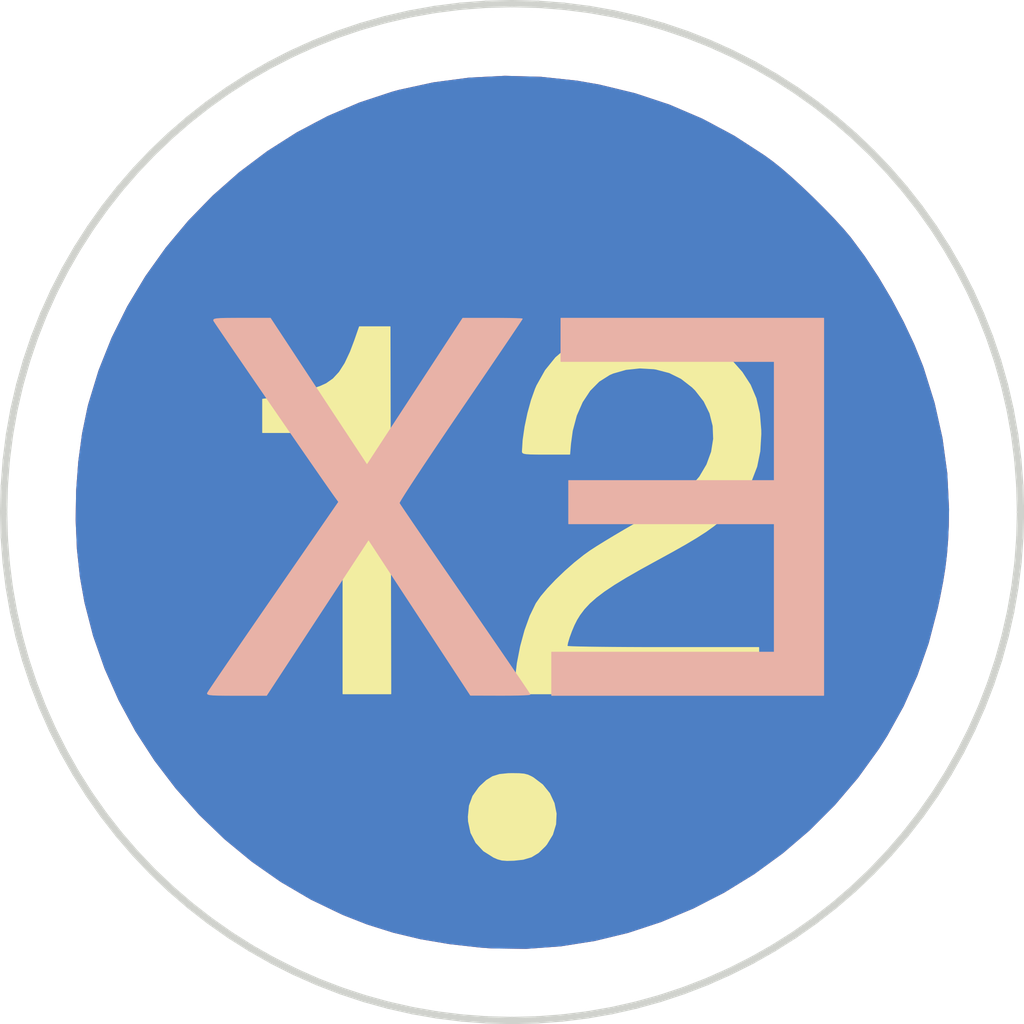
<source format=kicad_pcb>
(kicad_pcb (version 20171130) (host pcbnew 5.1.5+dfsg1-2build2)

  (general
    (thickness 1.6)
    (drawings 130)
    (tracks 0)
    (zones 0)
    (modules 4)
    (nets 1)
  )

  (page A4)
  (layers
    (0 F.Cu signal)
    (31 B.Cu signal)
    (32 B.Adhes user)
    (33 F.Adhes user)
    (34 B.Paste user)
    (35 F.Paste user)
    (36 B.SilkS user)
    (37 F.SilkS user)
    (38 B.Mask user)
    (39 F.Mask user)
    (40 Dwgs.User user)
    (41 Cmts.User user)
    (42 Eco1.User user)
    (43 Eco2.User user)
    (44 Edge.Cuts user)
    (45 Margin user)
    (46 B.CrtYd user)
    (47 F.CrtYd user)
    (48 B.Fab user)
    (49 F.Fab user)
  )

  (setup
    (last_trace_width 0.25)
    (trace_clearance 0.2)
    (zone_clearance 0.508)
    (zone_45_only no)
    (trace_min 0.2)
    (via_size 0.6)
    (via_drill 0.4)
    (via_min_size 0.4)
    (via_min_drill 0.3)
    (uvia_size 0.3)
    (uvia_drill 0.1)
    (uvias_allowed no)
    (uvia_min_size 0.2)
    (uvia_min_drill 0.1)
    (edge_width 0.15)
    (segment_width 0.2)
    (pcb_text_width 0.3)
    (pcb_text_size 1.5 1.5)
    (mod_edge_width 0.15)
    (mod_text_size 1 1)
    (mod_text_width 0.15)
    (pad_size 1.524 1.524)
    (pad_drill 0.762)
    (pad_to_mask_clearance 0.2)
    (aux_axis_origin 0 0)
    (visible_elements FFFFFF7F)
    (pcbplotparams
      (layerselection 0x010f0_ffffffff)
      (usegerberextensions false)
      (usegerberattributes false)
      (usegerberadvancedattributes false)
      (creategerberjobfile false)
      (excludeedgelayer true)
      (linewidth 0.100000)
      (plotframeref false)
      (viasonmask false)
      (mode 1)
      (useauxorigin false)
      (hpglpennumber 1)
      (hpglpenspeed 20)
      (hpglpendiameter 15.000000)
      (psnegative false)
      (psa4output false)
      (plotreference true)
      (plotvalue true)
      (plotinvisibletext false)
      (padsonsilk false)
      (subtractmaskfromsilk false)
      (outputformat 1)
      (mirror false)
      (drillshape 0)
      (scaleselection 1)
      (outputdirectory "gerbers/"))
  )

  (net 0 "")

  (net_class Default "This is the default net class."
    (clearance 0.2)
    (trace_width 0.25)
    (via_dia 0.6)
    (via_drill 0.4)
    (uvia_dia 0.3)
    (uvia_drill 0.1)
  )

  (module LOGO (layer F.Cu) (tedit 0) (tstamp 0)
    (at 0 0)
    (fp_text reference G*** (at 0 0) (layer F.SilkS) hide
      (effects (font (size 1.524 1.524) (thickness 0.3)))
    )
    (fp_text value LOGO (at 0.75 0) (layer F.SilkS) hide
      (effects (font (size 1.524 1.524) (thickness 0.3)))
    )
    (fp_poly (pts (xy -0.653666 -7.004494) (xy -0.162131 -6.951857) (xy 0.140773 -6.899218) (xy 0.632356 -6.7803)
      (xy 1.103543 -6.624376) (xy 1.555081 -6.431115) (xy 1.987714 -6.200188) (xy 2.402189 -5.931265)
      (xy 2.517121 -5.847596) (xy 2.632039 -5.756094) (xy 2.766843 -5.639358) (xy 2.91418 -5.504559)
      (xy 3.066697 -5.35887) (xy 3.217042 -5.209461) (xy 3.357863 -5.063506) (xy 3.481806 -4.928175)
      (xy 3.581519 -4.810642) (xy 3.586157 -4.804833) (xy 3.775778 -4.549418) (xy 3.963274 -4.26484)
      (xy 4.142561 -3.96199) (xy 4.307555 -3.65176) (xy 4.45217 -3.345041) (xy 4.570323 -3.052724)
      (xy 4.580125 -3.025609) (xy 4.730615 -2.544491) (xy 4.838822 -2.061537) (xy 4.904741 -1.576771)
      (xy 4.928369 -1.090217) (xy 4.924731 -0.85725) (xy 4.914848 -0.654055) (xy 4.89975 -0.467549)
      (xy 4.8778 -0.285602) (xy 4.847362 -0.096088) (xy 4.806797 0.113122) (xy 4.771477 0.277882)
      (xy 4.649815 0.744356) (xy 4.495622 1.186067) (xy 4.307054 1.607414) (xy 4.082268 2.012792)
      (xy 3.971125 2.187669) (xy 3.683055 2.587251) (xy 3.365904 2.959808) (xy 3.022156 3.3041)
      (xy 2.654298 3.618885) (xy 2.264815 3.902924) (xy 1.856194 4.154977) (xy 1.43092 4.373801)
      (xy 0.991479 4.558158) (xy 0.540358 4.706807) (xy 0.080041 4.818506) (xy -0.386985 4.892017)
      (xy -0.858235 4.926097) (xy -1.331223 4.919508) (xy -1.481666 4.908682) (xy -1.907703 4.861149)
      (xy -2.303099 4.79385) (xy -2.675558 4.704961) (xy -3.032785 4.592656) (xy -3.364929 4.462672)
      (xy -3.800305 4.253803) (xy -4.216549 4.009815) (xy -4.611722 3.733205) (xy -4.983884 3.426467)
      (xy -5.331093 3.092095) (xy -5.65141 2.732584) (xy -5.942893 2.350428) (xy -6.203602 1.948123)
      (xy -6.431597 1.528164) (xy -6.624937 1.093044) (xy -6.781682 0.645258) (xy -6.899891 0.187301)
      (xy -6.962158 -0.161807) (xy -7.003273 -0.542992) (xy -7.020364 -0.940226) (xy -7.013929 -1.343269)
      (xy -6.984464 -1.741884) (xy -6.932467 -2.12583) (xy -6.858435 -2.48487) (xy -6.847158 -2.529416)
      (xy -6.706761 -2.989062) (xy -6.52836 -3.435037) (xy -6.314157 -3.865115) (xy -6.066356 -4.277068)
      (xy -5.787161 -4.668668) (xy -5.478776 -5.037688) (xy -5.143404 -5.3819) (xy -4.78325 -5.699076)
      (xy -4.400517 -5.986988) (xy -3.997409 -6.24341) (xy -3.576129 -6.466113) (xy -3.138882 -6.652869)
      (xy -2.687871 -6.801451) (xy -2.596289 -6.82637) (xy -2.124388 -6.92893) (xy -1.639908 -6.992895)
      (xy -1.147963 -7.018128) (xy -0.653666 -7.004494)) (layer B.Cu) (width 0.01))
  )

  (module LOGO (layer F.Cu) (tedit 0) (tstamp 0)
    (at 0 0)
    (fp_text reference G*** (at 0 0) (layer F.SilkS) hide
      (effects (font (size 1.524 1.524) (thickness 0.3)))
    )
    (fp_text value LOGO (at 0.75 0) (layer F.SilkS) hide
      (effects (font (size 1.524 1.524) (thickness 0.3)))
    )
    (fp_poly (pts (xy -3.881803 -2.979208) (xy -3.769704 -2.808904) (xy -3.657291 -2.638166) (xy -3.548422 -2.472849)
      (xy -3.446952 -2.318808) (xy -3.356738 -2.181898) (xy -3.281638 -2.067975) (xy -3.225508 -1.982891)
      (xy -3.22047 -1.975261) (xy -3.036258 -1.696272) (xy -2.380671 -2.699967) (xy -1.725083 -3.703662)
      (xy -1.317625 -3.703914) (xy -1.191524 -3.703534) (xy -1.081289 -3.702326) (xy -0.993379 -3.700434)
      (xy -0.934253 -3.698) (xy -0.910368 -3.695168) (xy -0.910166 -3.694875) (xy -0.921789 -3.676298)
      (xy -0.955391 -3.625566) (xy -1.009077 -3.545482) (xy -1.080949 -3.438849) (xy -1.16911 -3.308469)
      (xy -1.271664 -3.157144) (xy -1.386713 -2.987679) (xy -1.512361 -2.802874) (xy -1.64671 -2.605532)
      (xy -1.757771 -2.442584) (xy -1.8976 -2.236953) (xy -2.029951 -2.041207) (xy -2.152944 -1.858193)
      (xy -2.264703 -1.690758) (xy -2.363351 -1.541749) (xy -2.447009 -1.414012) (xy -2.513799 -1.310396)
      (xy -2.561846 -1.233746) (xy -2.58927 -1.186909) (xy -2.595131 -1.172887) (xy -2.581718 -1.151526)
      (xy -2.546135 -1.098124) (xy -2.490285 -1.015466) (xy -2.41607 -0.906333) (xy -2.325393 -0.773508)
      (xy -2.220156 -0.619775) (xy -2.102261 -0.447915) (xy -1.973612 -0.260713) (xy -1.83611 -0.06095)
      (xy -1.69461 0.144313) (xy -1.550586 0.353251) (xy -1.413787 0.552038) (xy -1.286086 0.737931)
      (xy -1.169357 0.908185) (xy -1.065473 1.060057) (xy -0.97631 1.190805) (xy -0.90374 1.297683)
      (xy -0.849638 1.37795) (xy -0.815878 1.428861) (xy -0.804333 1.447658) (xy -0.824422 1.451581)
      (xy -0.880385 1.454914) (xy -0.965762 1.457468) (xy -1.074095 1.459056) (xy -1.198925 1.459492)
      (xy -1.211791 1.459466) (xy -1.61925 1.458432) (xy -2.317326 0.393258) (xy -3.015403 -0.671916)
      (xy -3.280695 -0.267166) (xy -3.357757 -0.149561) (xy -3.452895 -0.004318) (xy -3.561008 0.160773)
      (xy -3.676997 0.337925) (xy -3.795763 0.519349) (xy -3.912204 0.697255) (xy -3.978813 0.799042)
      (xy -4.41164 1.4605) (xy -4.822168 1.4605) (xy -4.964681 1.460147) (xy -5.069988 1.458812)
      (xy -5.143212 1.456084) (xy -5.189477 1.451551) (xy -5.213907 1.444802) (xy -5.221624 1.435425)
      (xy -5.220417 1.428503) (xy -5.206664 1.406274) (xy -5.170735 1.352024) (xy -5.114537 1.268548)
      (xy -5.039978 1.158639) (xy -4.948966 1.025093) (xy -4.843407 0.870703) (xy -4.72521 0.698263)
      (xy -4.596281 0.510568) (xy -4.45853 0.310412) (xy -4.315997 0.103682) (xy -3.423854 -1.189142)
      (xy -3.465009 -1.245446) (xy -3.498038 -1.291618) (xy -3.550638 -1.366402) (xy -3.620429 -1.466342)
      (xy -3.705031 -1.587982) (xy -3.802064 -1.727866) (xy -3.909147 -1.882539) (xy -4.023902 -2.048545)
      (xy -4.143948 -2.222428) (xy -4.266906 -2.400733) (xy -4.390394 -2.580004) (xy -4.512034 -2.756785)
      (xy -4.629446 -2.927621) (xy -4.740249 -3.089057) (xy -4.842063 -3.237635) (xy -4.932509 -3.369902)
      (xy -5.009207 -3.482401) (xy -5.069777 -3.571676) (xy -5.111838 -3.634272) (xy -5.133011 -3.666733)
      (xy -5.135048 -3.670338) (xy -5.135874 -3.682246) (xy -5.124353 -3.691011) (xy -5.095182 -3.697103)
      (xy -5.043058 -3.700992) (xy -4.962678 -3.703148) (xy -4.848741 -3.704041) (xy -4.753476 -3.704166)
      (xy -4.358923 -3.704166) (xy -3.881803 -2.979208)) (layer B.SilkS) (width 0.01))
    (fp_poly (pts (xy 3.217334 1.4605) (xy -0.508 1.4605) (xy -0.508 0.867834) (xy 2.54 0.867834)
      (xy 2.54 -0.889) (xy -0.275166 -0.889) (xy -0.275166 -1.481666) (xy 2.54 -1.481666)
      (xy 2.54 -3.1115) (xy -0.381 -3.1115) (xy -0.381 -3.704166) (xy 3.217334 -3.704166)
      (xy 3.217334 1.4605)) (layer B.SilkS) (width 0.01))
  )

  (module LOGO (layer F.Cu) (tedit 0) (tstamp 0)
    (at 0 0)
    (fp_text reference G*** (at 0 0) (layer F.SilkS) hide
      (effects (font (size 1.524 1.524) (thickness 0.3)))
    )
    (fp_text value LOGO (at 0.75 0) (layer F.SilkS) hide
      (effects (font (size 1.524 1.524) (thickness 0.3)))
    )
    (fp_poly (pts (xy -0.653666 -7.004494) (xy -0.162131 -6.951857) (xy 0.140773 -6.899218) (xy 0.632356 -6.7803)
      (xy 1.103543 -6.624376) (xy 1.555081 -6.431115) (xy 1.987714 -6.200188) (xy 2.402189 -5.931265)
      (xy 2.517121 -5.847596) (xy 2.632039 -5.756094) (xy 2.766843 -5.639358) (xy 2.91418 -5.504559)
      (xy 3.066697 -5.35887) (xy 3.217042 -5.209461) (xy 3.357863 -5.063506) (xy 3.481806 -4.928175)
      (xy 3.581519 -4.810642) (xy 3.586157 -4.804833) (xy 3.775778 -4.549418) (xy 3.963274 -4.26484)
      (xy 4.142561 -3.96199) (xy 4.307555 -3.65176) (xy 4.45217 -3.345041) (xy 4.570323 -3.052724)
      (xy 4.580125 -3.025609) (xy 4.730615 -2.544491) (xy 4.838822 -2.061537) (xy 4.904741 -1.576771)
      (xy 4.928369 -1.090217) (xy 4.924731 -0.85725) (xy 4.914848 -0.654055) (xy 4.89975 -0.467549)
      (xy 4.8778 -0.285602) (xy 4.847362 -0.096088) (xy 4.806797 0.113122) (xy 4.771477 0.277882)
      (xy 4.649815 0.744356) (xy 4.495622 1.186067) (xy 4.307054 1.607414) (xy 4.082268 2.012792)
      (xy 3.971125 2.187669) (xy 3.683055 2.587251) (xy 3.365904 2.959808) (xy 3.022156 3.3041)
      (xy 2.654298 3.618885) (xy 2.264815 3.902924) (xy 1.856194 4.154977) (xy 1.43092 4.373801)
      (xy 0.991479 4.558158) (xy 0.540358 4.706807) (xy 0.080041 4.818506) (xy -0.386985 4.892017)
      (xy -0.858235 4.926097) (xy -1.331223 4.919508) (xy -1.481666 4.908682) (xy -1.907703 4.861149)
      (xy -2.303099 4.79385) (xy -2.675558 4.704961) (xy -3.032785 4.592656) (xy -3.364929 4.462672)
      (xy -3.800305 4.253803) (xy -4.216549 4.009815) (xy -4.611722 3.733205) (xy -4.983884 3.426467)
      (xy -5.331093 3.092095) (xy -5.65141 2.732584) (xy -5.942893 2.350428) (xy -6.203602 1.948123)
      (xy -6.431597 1.528164) (xy -6.624937 1.093044) (xy -6.781682 0.645258) (xy -6.899891 0.187301)
      (xy -6.962158 -0.161807) (xy -7.003273 -0.542992) (xy -7.020364 -0.940226) (xy -7.013929 -1.343269)
      (xy -6.984464 -1.741884) (xy -6.932467 -2.12583) (xy -6.858435 -2.48487) (xy -6.847158 -2.529416)
      (xy -6.706761 -2.989062) (xy -6.52836 -3.435037) (xy -6.314157 -3.865115) (xy -6.066356 -4.277068)
      (xy -5.787161 -4.668668) (xy -5.478776 -5.037688) (xy -5.143404 -5.3819) (xy -4.78325 -5.699076)
      (xy -4.400517 -5.986988) (xy -3.997409 -6.24341) (xy -3.576129 -6.466113) (xy -3.138882 -6.652869)
      (xy -2.687871 -6.801451) (xy -2.596289 -6.82637) (xy -2.124388 -6.92893) (xy -1.639908 -6.992895)
      (xy -1.147963 -7.018128) (xy -0.653666 -7.004494)) (layer F.Cu) (width 0.01))
  )

  (module LOGO (layer F.Cu) (tedit 0) (tstamp 0)
    (at 0 0)
    (fp_text reference G*** (at 0 0) (layer F.SilkS) hide
      (effects (font (size 1.524 1.524) (thickness 0.3)))
    )
    (fp_text value LOGO (at 0.75 0) (layer F.SilkS) hide
      (effects (font (size 1.524 1.524) (thickness 0.3)))
    )
    (fp_poly (pts (xy -0.951661 2.530912) (xy -0.884409 2.536921) (xy -0.832541 2.550288) (xy -0.782607 2.573707)
      (xy -0.758485 2.587476) (xy -0.631097 2.684397) (xy -0.535689 2.802844) (xy -0.473341 2.936568)
      (xy -0.44513 3.079317) (xy -0.452137 3.224842) (xy -0.49544 3.36689) (xy -0.576118 3.499213)
      (xy -0.596834 3.523961) (xy -0.688681 3.613292) (xy -0.78491 3.672072) (xy -0.897642 3.705815)
      (xy -1.026583 3.7195) (xy -1.1202 3.721825) (xy -1.187881 3.716528) (xy -1.245708 3.701113)
      (xy -1.302193 3.676732) (xy -1.440396 3.589464) (xy -1.545066 3.476921) (xy -1.614674 3.341539)
      (xy -1.647693 3.185754) (xy -1.650328 3.122084) (xy -1.635158 2.969944) (xy -1.587822 2.839844)
      (xy -1.504708 2.722571) (xy -1.4858 2.702248) (xy -1.399841 2.623069) (xy -1.315811 2.571374)
      (xy -1.221049 2.54217) (xy -1.102891 2.530467) (xy -1.04775 2.529569) (xy -0.951661 2.530912)) (layer F.SilkS) (width 0.01))
    (fp_poly (pts (xy -2.70916 1.439334) (xy -3.3655 1.439334) (xy -3.3655 -2.137833) (xy -4.466166 -2.137833)
      (xy -4.466166 -2.595403) (xy -4.273918 -2.622613) (xy -4.112864 -2.650078) (xy -3.953013 -2.685781)
      (xy -3.804897 -2.726835) (xy -3.67905 -2.770354) (xy -3.593925 -2.809025) (xy -3.500039 -2.874573)
      (xy -3.415991 -2.965553) (xy -3.338873 -3.086385) (xy -3.265777 -3.241489) (xy -3.206833 -3.39725)
      (xy -3.140433 -3.58775) (xy -2.719916 -3.58775) (xy -2.70916 1.439334)) (layer F.SilkS) (width 0.01))
    (fp_poly (pts (xy 1.109533 -3.558061) (xy 1.368858 -3.49346) (xy 1.5875 -3.404442) (xy 1.682011 -3.354596)
      (xy 1.763329 -3.30136) (xy 1.84421 -3.235229) (xy 1.937412 -3.146695) (xy 1.949368 -3.134777)
      (xy 2.099372 -2.965285) (xy 2.212364 -2.791189) (xy 2.291138 -2.605525) (xy 2.338489 -2.401329)
      (xy 2.357208 -2.171637) (xy 2.357761 -2.116666) (xy 2.344023 -1.88235) (xy 2.30137 -1.672617)
      (xy 2.226709 -1.478507) (xy 2.116948 -1.291061) (xy 2.034588 -1.180107) (xy 1.960566 -1.091143)
      (xy 1.885427 -1.010328) (xy 1.804567 -0.934368) (xy 1.713384 -0.859967) (xy 1.607272 -0.783832)
      (xy 1.481629 -0.702667) (xy 1.331851 -0.613178) (xy 1.153334 -0.51207) (xy 0.941474 -0.396049)
      (xy 0.931334 -0.39056) (xy 0.702976 -0.265087) (xy 0.509571 -0.154178) (xy 0.347438 -0.055092)
      (xy 0.212898 0.034915) (xy 0.10227 0.118586) (xy 0.011873 0.198665) (xy -0.061973 0.277894)
      (xy -0.122949 0.359017) (xy -0.16434 0.42607) (xy -0.199774 0.496816) (xy -0.235505 0.581621)
      (xy -0.266717 0.66731) (xy -0.288591 0.740708) (xy -0.296333 0.787009) (xy -0.275766 0.790063)
      (xy -0.216465 0.792946) (xy -0.122029 0.79561) (xy 0.003944 0.798007) (xy 0.157854 0.800089)
      (xy 0.336102 0.80181) (xy 0.535091 0.803122) (xy 0.75122 0.803977) (xy 0.98089 0.804327)
      (xy 1.016 0.804334) (xy 2.328334 0.804334) (xy 2.328334 1.439334) (xy -1.021821 1.439334)
      (xy -1.007214 1.254125) (xy -0.979477 1.020529) (xy -0.934558 0.789231) (xy -0.87512 0.569972)
      (xy -0.803829 0.37249) (xy -0.723349 0.206524) (xy -0.718169 0.197581) (xy -0.653995 0.105272)
      (xy -0.562079 -0.003502) (xy -0.449799 -0.12157) (xy -0.324533 -0.241761) (xy -0.193659 -0.356904)
      (xy -0.064557 -0.459828) (xy 0.021167 -0.521003) (xy 0.108396 -0.577518) (xy 0.223166 -0.64871)
      (xy 0.355932 -0.728834) (xy 0.497153 -0.812147) (xy 0.637286 -0.892905) (xy 0.66675 -0.909605)
      (xy 0.797372 -0.98421) (xy 0.923797 -1.057912) (xy 1.038504 -1.126215) (xy 1.133972 -1.184619)
      (xy 1.202679 -1.228628) (xy 1.219585 -1.240201) (xy 1.385543 -1.378614) (xy 1.517953 -1.53322)
      (xy 1.616275 -1.699835) (xy 1.67997 -1.874274) (xy 1.708498 -2.052353) (xy 1.70132 -2.229888)
      (xy 1.657896 -2.402693) (xy 1.577687 -2.566584) (xy 1.460153 -2.717377) (xy 1.415672 -2.761163)
      (xy 1.265595 -2.87783) (xy 1.103799 -2.957826) (xy 0.920424 -3.00583) (xy 0.890172 -3.010601)
      (xy 0.69888 -3.021632) (xy 0.508913 -3.001265) (xy 0.333701 -2.95129) (xy 0.284045 -2.929859)
      (xy 0.140787 -2.839172) (xy 0.016189 -2.713397) (xy -0.087538 -2.556453) (xy -0.168187 -2.372258)
      (xy -0.223549 -2.164731) (xy -0.24803 -1.985947) (xy -0.26014 -1.8415) (xy -0.585153 -1.8415)
      (xy -0.709382 -1.841884) (xy -0.797406 -1.843502) (xy -0.85535 -1.847052) (xy -0.889339 -1.853234)
      (xy -0.905499 -1.862744) (xy -0.909954 -1.876282) (xy -0.909993 -1.878541) (xy -0.900132 -2.037694)
      (xy -0.874038 -2.217803) (xy -0.834925 -2.404275) (xy -0.786004 -2.582515) (xy -0.730487 -2.737928)
      (xy -0.711134 -2.782002) (xy -0.594754 -2.989352) (xy -0.45335 -3.164523) (xy -0.285672 -3.308311)
      (xy -0.090465 -3.421515) (xy 0.133522 -3.504933) (xy 0.387543 -3.559362) (xy 0.536893 -3.576915)
      (xy 0.833031 -3.585746) (xy 1.109533 -3.558061)) (layer F.SilkS) (width 0.01))
  )

  (gr_line (start 5.9113 -1.0498) (end 5.9028 -0.7046) (layer Edge.Cuts) (width 0.1))
  (gr_line (start 5.9028 -0.7046) (end 5.8774 -0.3618) (layer Edge.Cuts) (width 0.1))
  (gr_line (start 5.8774 -0.3618) (end 5.8351 -0.0219) (layer Edge.Cuts) (width 0.1))
  (gr_line (start 5.8351 -0.0219) (end 5.7764 0.3147) (layer Edge.Cuts) (width 0.1))
  (gr_line (start 5.7764 0.3147) (end 5.7014 0.647) (layer Edge.Cuts) (width 0.1))
  (gr_line (start 5.7014 0.647) (end 5.6105 0.9748) (layer Edge.Cuts) (width 0.1))
  (gr_line (start 5.6105 0.9748) (end 5.5037 1.2974) (layer Edge.Cuts) (width 0.1))
  (gr_line (start 5.5037 1.2974) (end 5.3814 1.6142) (layer Edge.Cuts) (width 0.1))
  (gr_line (start 5.3814 1.6142) (end 5.2439 1.9247) (layer Edge.Cuts) (width 0.1))
  (gr_line (start 5.2439 1.9247) (end 5.0913 2.2282) (layer Edge.Cuts) (width 0.1))
  (gr_line (start 5.0913 2.2282) (end 4.9239 2.5243) (layer Edge.Cuts) (width 0.1))
  (gr_line (start 4.9239 2.5243) (end 4.7418 2.8123) (layer Edge.Cuts) (width 0.1))
  (gr_line (start 4.7418 2.8123) (end 4.5454 3.0918) (layer Edge.Cuts) (width 0.1))
  (gr_line (start 4.5454 3.0918) (end 4.3349 3.362) (layer Edge.Cuts) (width 0.1))
  (gr_line (start 4.3349 3.362) (end 4.1105 3.6225) (layer Edge.Cuts) (width 0.1))
  (gr_line (start 4.1105 3.6225) (end 3.8725 3.8726) (layer Edge.Cuts) (width 0.1))
  (gr_line (start 3.8725 3.8726) (end 3.6223 4.1107) (layer Edge.Cuts) (width 0.1))
  (gr_line (start 3.6223 4.1107) (end 3.3619 4.335) (layer Edge.Cuts) (width 0.1))
  (gr_line (start 3.3619 4.335) (end 3.0916 4.5455) (layer Edge.Cuts) (width 0.1))
  (gr_line (start 3.0916 4.5455) (end 2.8122 4.742) (layer Edge.Cuts) (width 0.1))
  (gr_line (start 2.8122 4.742) (end 2.5241 4.924) (layer Edge.Cuts) (width 0.1))
  (gr_line (start 2.5241 4.924) (end 2.228 5.0915) (layer Edge.Cuts) (width 0.1))
  (gr_line (start 2.228 5.0915) (end 1.9245 5.2441) (layer Edge.Cuts) (width 0.1))
  (gr_line (start 1.9245 5.2441) (end 1.614 5.3816) (layer Edge.Cuts) (width 0.1))
  (gr_line (start 1.614 5.3816) (end 1.2973 5.5039) (layer Edge.Cuts) (width 0.1))
  (gr_line (start 1.2973 5.5039) (end 0.9746 5.6107) (layer Edge.Cuts) (width 0.1))
  (gr_line (start 0.9746 5.6107) (end 0.6469 5.7016) (layer Edge.Cuts) (width 0.1))
  (gr_line (start 0.6469 5.7016) (end 0.3145 5.7766) (layer Edge.Cuts) (width 0.1))
  (gr_line (start 0.3145 5.7766) (end -0.022 5.8353) (layer Edge.Cuts) (width 0.1))
  (gr_line (start -0.022 5.8353) (end -0.362 5.8775) (layer Edge.Cuts) (width 0.1))
  (gr_line (start -0.362 5.8775) (end -0.7047 5.903) (layer Edge.Cuts) (width 0.1))
  (gr_line (start -0.7047 5.903) (end -1.05 5.9115) (layer Edge.Cuts) (width 0.1))
  (gr_line (start -1.05 5.9115) (end -1.3952 5.903) (layer Edge.Cuts) (width 0.1))
  (gr_line (start -1.3952 5.903) (end -1.738 5.8775) (layer Edge.Cuts) (width 0.1))
  (gr_line (start -1.738 5.8775) (end -2.078 5.8353) (layer Edge.Cuts) (width 0.1))
  (gr_line (start -2.078 5.8353) (end -2.4144 5.7766) (layer Edge.Cuts) (width 0.1))
  (gr_line (start -2.4144 5.7766) (end -2.7468 5.7016) (layer Edge.Cuts) (width 0.1))
  (gr_line (start -2.7468 5.7016) (end -3.0746 5.6107) (layer Edge.Cuts) (width 0.1))
  (gr_line (start -3.0746 5.6107) (end -3.3972 5.5039) (layer Edge.Cuts) (width 0.1))
  (gr_line (start -3.3972 5.5039) (end -3.714 5.3816) (layer Edge.Cuts) (width 0.1))
  (gr_line (start -3.714 5.3816) (end -4.0244 5.2441) (layer Edge.Cuts) (width 0.1))
  (gr_line (start -4.0244 5.2441) (end -4.328 5.0915) (layer Edge.Cuts) (width 0.1))
  (gr_line (start -4.328 5.0915) (end -4.6241 4.924) (layer Edge.Cuts) (width 0.1))
  (gr_line (start -4.6241 4.924) (end -4.9122 4.742) (layer Edge.Cuts) (width 0.1))
  (gr_line (start -4.9122 4.742) (end -5.1915 4.5455) (layer Edge.Cuts) (width 0.1))
  (gr_line (start -5.1915 4.5455) (end -5.4618 4.335) (layer Edge.Cuts) (width 0.1))
  (gr_line (start -5.4618 4.335) (end -5.7222 4.1107) (layer Edge.Cuts) (width 0.1))
  (gr_line (start -5.7222 4.1107) (end -5.9724 3.8726) (layer Edge.Cuts) (width 0.1))
  (gr_line (start -5.9724 3.8726) (end -6.2104 3.6225) (layer Edge.Cuts) (width 0.1))
  (gr_line (start -6.2104 3.6225) (end -6.4349 3.362) (layer Edge.Cuts) (width 0.1))
  (gr_line (start -6.4349 3.362) (end -6.6453 3.0918) (layer Edge.Cuts) (width 0.1))
  (gr_line (start -6.6453 3.0918) (end -6.8417 2.8123) (layer Edge.Cuts) (width 0.1))
  (gr_line (start -6.8417 2.8123) (end -7.0238 2.5243) (layer Edge.Cuts) (width 0.1))
  (gr_line (start -7.0238 2.5243) (end -7.1912 2.2282) (layer Edge.Cuts) (width 0.1))
  (gr_line (start -7.1912 2.2282) (end -7.3438 1.9247) (layer Edge.Cuts) (width 0.1))
  (gr_line (start -7.3438 1.9247) (end -7.4814 1.6142) (layer Edge.Cuts) (width 0.1))
  (gr_line (start -7.4814 1.6142) (end -7.6036 1.2974) (layer Edge.Cuts) (width 0.1))
  (gr_line (start -7.6036 1.2974) (end -7.7104 0.9748) (layer Edge.Cuts) (width 0.1))
  (gr_line (start -7.7104 0.9748) (end -7.8014 0.647) (layer Edge.Cuts) (width 0.1))
  (gr_line (start -7.8014 0.647) (end -7.8763 0.3147) (layer Edge.Cuts) (width 0.1))
  (gr_line (start -7.8763 0.3147) (end -7.935 -0.0219) (layer Edge.Cuts) (width 0.1))
  (gr_line (start -7.935 -0.0219) (end -7.9773 -0.3618) (layer Edge.Cuts) (width 0.1))
  (gr_line (start -7.9773 -0.3618) (end -8.0028 -0.7046) (layer Edge.Cuts) (width 0.1))
  (gr_line (start -8.0028 -0.7046) (end -8.0113 -1.0498) (layer Edge.Cuts) (width 0.1))
  (gr_line (start -8.0113 -1.0498) (end -8.0023 -1.408) (layer Edge.Cuts) (width 0.1))
  (gr_line (start -8.0023 -1.408) (end -7.9754 -1.7615) (layer Edge.Cuts) (width 0.1))
  (gr_line (start -7.9754 -1.7615) (end -7.9312 -2.11) (layer Edge.Cuts) (width 0.1))
  (gr_line (start -7.9312 -2.11) (end -7.8699 -2.4527) (layer Edge.Cuts) (width 0.1))
  (gr_line (start -7.8699 -2.4527) (end -7.7922 -2.7895) (layer Edge.Cuts) (width 0.1))
  (gr_line (start -7.7922 -2.7895) (end -7.6984 -3.1199) (layer Edge.Cuts) (width 0.1))
  (gr_line (start -7.6984 -3.1199) (end -7.589 -3.4434) (layer Edge.Cuts) (width 0.1))
  (gr_line (start -7.589 -3.4434) (end -7.4643 -3.7594) (layer Edge.Cuts) (width 0.1))
  (gr_line (start -7.4643 -3.7594) (end -7.3249 -4.0679) (layer Edge.Cuts) (width 0.1))
  (gr_line (start -7.3249 -4.0679) (end -7.1711 -4.368) (layer Edge.Cuts) (width 0.1))
  (gr_line (start -7.1711 -4.368) (end -7.0035 -4.6595) (layer Edge.Cuts) (width 0.1))
  (gr_line (start -7.0035 -4.6595) (end -6.8224 -4.942) (layer Edge.Cuts) (width 0.1))
  (gr_line (start -6.8224 -4.942) (end -6.6284 -5.2149) (layer Edge.Cuts) (width 0.1))
  (gr_line (start -6.6284 -5.2149) (end -6.4217 -5.4779) (layer Edge.Cuts) (width 0.1))
  (gr_line (start -6.4217 -5.4779) (end -6.2029 -5.7305) (layer Edge.Cuts) (width 0.1))
  (gr_line (start -6.2029 -5.7305) (end -5.9724 -5.9722) (layer Edge.Cuts) (width 0.1))
  (gr_line (start -5.9724 -5.9722) (end -5.7306 -6.2027) (layer Edge.Cuts) (width 0.1))
  (gr_line (start -5.7306 -6.2027) (end -5.4781 -6.4215) (layer Edge.Cuts) (width 0.1))
  (gr_line (start -5.4781 -6.4215) (end -5.215 -6.6281) (layer Edge.Cuts) (width 0.1))
  (gr_line (start -5.215 -6.6281) (end -4.9422 -6.8222) (layer Edge.Cuts) (width 0.1))
  (gr_line (start -4.9422 -6.8222) (end -4.6597 -7.0034) (layer Edge.Cuts) (width 0.1))
  (gr_line (start -4.6597 -7.0034) (end -4.3682 -7.1709) (layer Edge.Cuts) (width 0.1))
  (gr_line (start -4.3682 -7.1709) (end -4.068 -7.3247) (layer Edge.Cuts) (width 0.1))
  (gr_line (start -4.068 -7.3247) (end -3.7597 -7.4641) (layer Edge.Cuts) (width 0.1))
  (gr_line (start -3.7597 -7.4641) (end -3.4436 -7.5888) (layer Edge.Cuts) (width 0.1))
  (gr_line (start -3.4436 -7.5888) (end -3.1201 -7.6981) (layer Edge.Cuts) (width 0.1))
  (gr_line (start -3.1201 -7.6981) (end -2.7897 -7.792) (layer Edge.Cuts) (width 0.1))
  (gr_line (start -2.7897 -7.792) (end -2.453 -7.8697) (layer Edge.Cuts) (width 0.1))
  (gr_line (start -2.453 -7.8697) (end -2.1102 -7.9309) (layer Edge.Cuts) (width 0.1))
  (gr_line (start -2.1102 -7.9309) (end -1.7617 -7.9752) (layer Edge.Cuts) (width 0.1))
  (gr_line (start -1.7617 -7.9752) (end -1.4083 -8.0021) (layer Edge.Cuts) (width 0.1))
  (gr_line (start -1.4083 -8.0021) (end -1.05 -8.0111) (layer Edge.Cuts) (width 0.1))
  (gr_line (start -1.05 -8.0111) (end -0.6917 -8.0021) (layer Edge.Cuts) (width 0.1))
  (gr_line (start -0.6917 -8.0021) (end -0.3383 -7.9752) (layer Edge.Cuts) (width 0.1))
  (gr_line (start -0.3383 -7.9752) (end 0.0102 -7.9309) (layer Edge.Cuts) (width 0.1))
  (gr_line (start 0.0102 -7.9309) (end 0.353 -7.8697) (layer Edge.Cuts) (width 0.1))
  (gr_line (start 0.353 -7.8697) (end 0.6898 -7.792) (layer Edge.Cuts) (width 0.1))
  (gr_line (start 0.6898 -7.792) (end 1.0201 -7.6981) (layer Edge.Cuts) (width 0.1))
  (gr_line (start 1.0201 -7.6981) (end 1.3436 -7.5888) (layer Edge.Cuts) (width 0.1))
  (gr_line (start 1.3436 -7.5888) (end 1.6597 -7.4641) (layer Edge.Cuts) (width 0.1))
  (gr_line (start 1.6597 -7.4641) (end 1.968 -7.3247) (layer Edge.Cuts) (width 0.1))
  (gr_line (start 1.968 -7.3247) (end 2.2682 -7.1709) (layer Edge.Cuts) (width 0.1))
  (gr_line (start 2.2682 -7.1709) (end 2.5598 -7.0034) (layer Edge.Cuts) (width 0.1))
  (gr_line (start 2.5598 -7.0034) (end 2.8422 -6.8222) (layer Edge.Cuts) (width 0.1))
  (gr_line (start 2.8422 -6.8222) (end 3.1151 -6.6281) (layer Edge.Cuts) (width 0.1))
  (gr_line (start 3.1151 -6.6281) (end 3.3781 -6.4215) (layer Edge.Cuts) (width 0.1))
  (gr_line (start 3.3781 -6.4215) (end 3.6306 -6.2027) (layer Edge.Cuts) (width 0.1))
  (gr_line (start 3.6306 -6.2027) (end 3.8725 -5.9722) (layer Edge.Cuts) (width 0.1))
  (gr_line (start 3.8725 -5.9722) (end 4.1029 -5.7305) (layer Edge.Cuts) (width 0.1))
  (gr_line (start 4.1029 -5.7305) (end 4.3218 -5.4779) (layer Edge.Cuts) (width 0.1))
  (gr_line (start 4.3218 -5.4779) (end 4.5284 -5.2149) (layer Edge.Cuts) (width 0.1))
  (gr_line (start 4.5284 -5.2149) (end 4.7225 -4.942) (layer Edge.Cuts) (width 0.1))
  (gr_line (start 4.7225 -4.942) (end 4.9035 -4.6595) (layer Edge.Cuts) (width 0.1))
  (gr_line (start 4.9035 -4.6595) (end 5.0712 -4.368) (layer Edge.Cuts) (width 0.1))
  (gr_line (start 5.0712 -4.368) (end 5.2249 -4.0679) (layer Edge.Cuts) (width 0.1))
  (gr_line (start 5.2249 -4.0679) (end 5.3643 -3.7594) (layer Edge.Cuts) (width 0.1))
  (gr_line (start 5.3643 -3.7594) (end 5.489 -3.4434) (layer Edge.Cuts) (width 0.1))
  (gr_line (start 5.489 -3.4434) (end 5.5984 -3.1199) (layer Edge.Cuts) (width 0.1))
  (gr_line (start 5.5984 -3.1199) (end 5.6922 -2.7895) (layer Edge.Cuts) (width 0.1))
  (gr_line (start 5.6922 -2.7895) (end 5.7699 -2.4527) (layer Edge.Cuts) (width 0.1))
  (gr_line (start 5.7699 -2.4527) (end 5.8312 -2.11) (layer Edge.Cuts) (width 0.1))
  (gr_line (start 5.8312 -2.11) (end 5.8754 -1.7615) (layer Edge.Cuts) (width 0.1))
  (gr_line (start 5.8754 -1.7615) (end 5.9023 -1.408) (layer Edge.Cuts) (width 0.1))
  (gr_line (start 5.9023 -1.408) (end 5.9113 -1.0498) (layer Edge.Cuts) (width 0.1))
  (gr_line (start 5.9113 -1.0498) (end 5.9113 -1.0498) (layer Edge.Cuts) (width 0.1))
  (gr_line (start 5.9113 -1.0498) (end 5.9113 -1.0498) (layer Edge.Cuts) (width 0.1))

)

</source>
